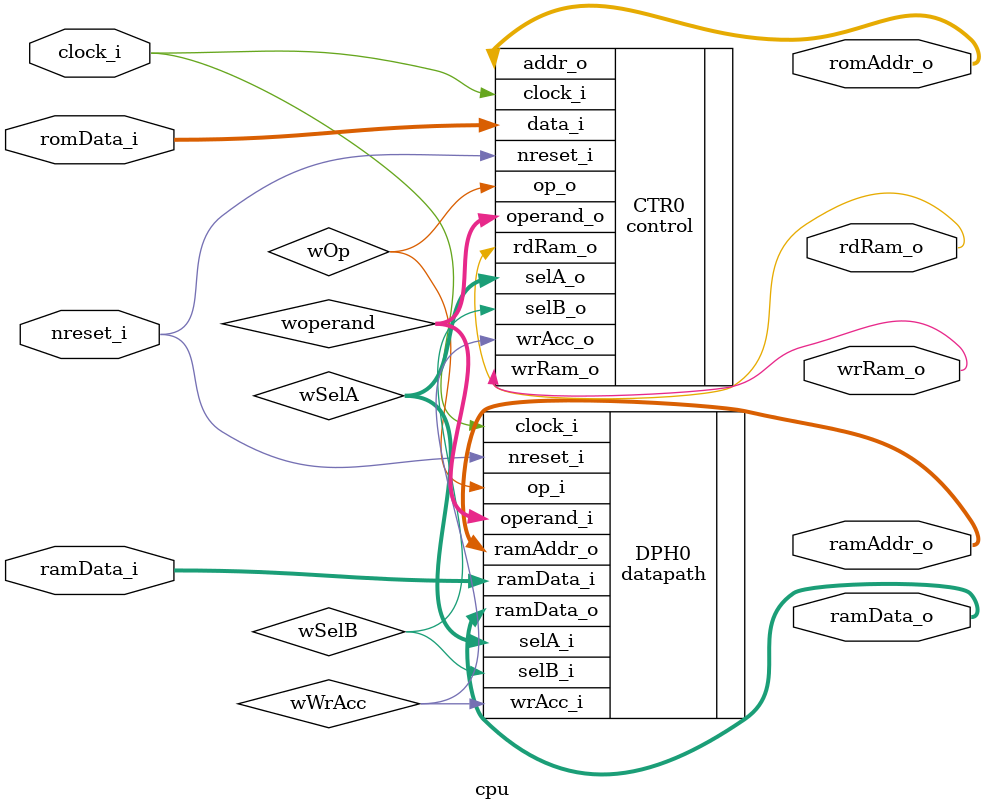
<source format=v>
`timescale 10 ns/100 ps

module cpu
#(
	parameter DATASIZE    = 16, 
	parameter OPERANDSIZE = 11,
	parameter ADDRSIZE    = 11,
	parameter SELSIZE     = 2
)
(
	clock_i,
	nreset_i,
	romData_i,
	ramData_i,
	romAddr_o,
	ramData_o,
	ramAddr_o,
	wrRam_o,
	rdRam_o
);

input wire    	              clock_i;
input wire                   nreset_i;
input wire  [ DATASIZE-1:0 ] romData_i;
input wire  [ DATASIZE-1:0 ] ramData_i;
output wire [ ADDRSIZE-1:0 ] romAddr_o;
output wire [ DATASIZE-1:0 ] ramData_o;
output wire [ ADDRSIZE-1:0 ] ramAddr_o;
output wire                  wrRam_o;
output wire 					  rdRam_o;

wire [ OPERANDSIZE-1:0 ] woperand;
wire                     wOp;
wire                     wWrAcc;
wire                     wSelB;
wire [ SELSIZE-1:0 ]     wSelA;

control CTR0
(
	.clock_i    ( clock_i   ),
	.nreset_i   ( nreset_i  ),
	.data_i     ( romData_i ),
	.addr_o     ( romAddr_o ),
	.operand_o  ( woperand  ),
	.wrRam_o    ( wrRam_o   ),
	.rdRam_o		( rdRam_o   ),
	.op_o       ( wOp       ),
	.wrAcc_o    ( wWrAcc    ),
	.selB_o     ( wSelB     ),
	.selA_o     ( wSelA     )
);

datapath DPH0
(
	.clock_i     ( clock_i   ),
	.nreset_i    ( nreset_i   ),
	.selA_i      ( wSelA     ),
	.selB_i      ( wSelB     ),
	.wrAcc_i     ( wWrAcc    ),
	.op_i        ( wOp       ),
	.ramData_i   ( ramData_i ),
	.operand_i   ( woperand  ),
	.ramData_o   ( ramData_o ),
	.ramAddr_o   ( ramAddr_o )
);

endmodule

</source>
